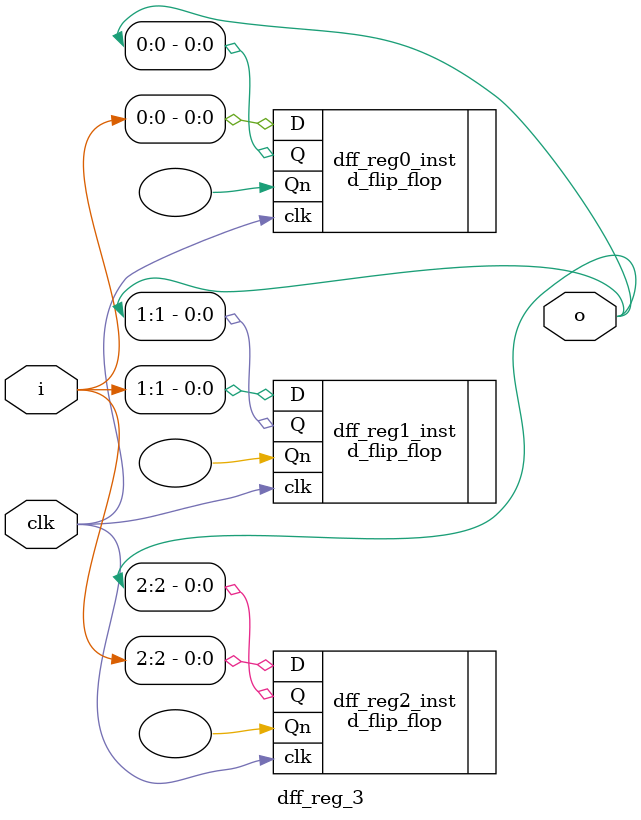
<source format=v>
module dff_reg_8 (
    input wire clk,
    input wire [7:0] i,
    output wire [7:0] o
    );

    d_flip_flop dff_reg0_inst (
        .clk(clk),
        .D(i[0]),
        .Q(o[0]),
        .Qn()
    );

    d_flip_flop dff_reg1_inst (
        .clk(clk),
        .D(i[1]),
        .Q(o[1]),
        .Qn()
    );

    d_flip_flop dff_reg2_inst (
        .clk(clk),
        .D(i[2]),
        .Q(o[2]),
        .Qn()
    );

    d_flip_flop dff_reg3_inst (
        .clk(clk),
        .D(i[3]),
        .Q(o[3]),
        .Qn()
    );

    d_flip_flop dff_reg4_inst (
        .clk(clk),
        .D(i[4]),
        .Q(o[4]),
        .Qn()
    );

    d_flip_flop dff_reg5_inst (
        .clk(clk),
        .D(i[5]),
        .Q(o[5]),
        .Qn()
    );

    d_flip_flop dff_reg6_inst (
        .clk(clk),
        .D(i[6]),
        .Q(o[6]),
        .Qn()
    );

    d_flip_flop dff_reg7_inst (
        .clk(clk),
        .D(i[7]),
        .Q(o[7]),
        .Qn()
    );

endmodule

module dff_reg_2 (
    input wire clk,
    input wire [1:0] i,
    output wire [1:0] o
    );

    d_flip_flop dff_reg0_inst (
        .clk(clk),
        .D(i[0]),
        .Q(o[0]),
        .Qn()
    );

    d_flip_flop dff_reg1_inst (
        .clk(clk),
        .D(i[1]),
        .Q(o[1]),
        .Qn()
    );
endmodule

module dff_reg_3 (
    input wire clk,
    input wire [2:0] i,
    output wire [2:0] o
    );

    d_flip_flop dff_reg0_inst (
        .clk(clk),
        .D(i[0]),
        .Q(o[0]),
        .Qn()
    );

    d_flip_flop dff_reg1_inst (
        .clk(clk),
        .D(i[1]),
        .Q(o[1]),
        .Qn()
    );

    d_flip_flop dff_reg2_inst (
        .clk(clk),
        .D(i[2]),
        .Q(o[2]),
        .Qn()
    );
endmodule
</source>
